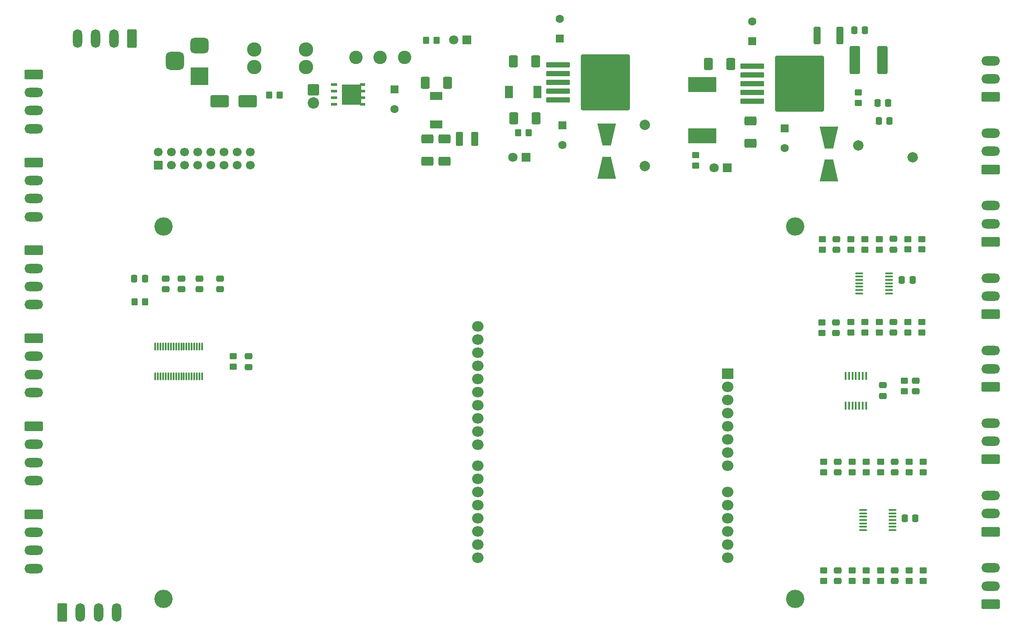
<source format=gbr>
%TF.GenerationSoftware,KiCad,Pcbnew,9.0.6-9.0.6~ubuntu24.04.1*%
%TF.CreationDate,2025-12-03T13:46:22+01:00*%
%TF.ProjectId,HVAC_STM32F7_PCB,48564143-5f53-4544-9d33-3246375f5043,rev?*%
%TF.SameCoordinates,Original*%
%TF.FileFunction,Soldermask,Top*%
%TF.FilePolarity,Negative*%
%FSLAX46Y46*%
G04 Gerber Fmt 4.6, Leading zero omitted, Abs format (unit mm)*
G04 Created by KiCad (PCBNEW 9.0.6-9.0.6~ubuntu24.04.1) date 2025-12-03 13:46:22*
%MOMM*%
%LPD*%
G01*
G04 APERTURE LIST*
G04 Aperture macros list*
%AMRoundRect*
0 Rectangle with rounded corners*
0 $1 Rounding radius*
0 $2 $3 $4 $5 $6 $7 $8 $9 X,Y pos of 4 corners*
0 Add a 4 corners polygon primitive as box body*
4,1,4,$2,$3,$4,$5,$6,$7,$8,$9,$2,$3,0*
0 Add four circle primitives for the rounded corners*
1,1,$1+$1,$2,$3*
1,1,$1+$1,$4,$5*
1,1,$1+$1,$6,$7*
1,1,$1+$1,$8,$9*
0 Add four rect primitives between the rounded corners*
20,1,$1+$1,$2,$3,$4,$5,0*
20,1,$1+$1,$4,$5,$6,$7,0*
20,1,$1+$1,$6,$7,$8,$9,0*
20,1,$1+$1,$8,$9,$2,$3,0*%
%AMOutline4P*
0 Free polygon, 4 corners , with rotation*
0 The origin of the aperture is its center*
0 number of corners: always 4*
0 $1 to $8 corner X, Y*
0 $9 Rotation angle, in degrees counterclockwise*
0 create outline with 4 corners*
4,1,4,$1,$2,$3,$4,$5,$6,$7,$8,$1,$2,$9*%
G04 Aperture macros list end*
%ADD10RoundRect,0.250000X-1.550000X0.650000X-1.550000X-0.650000X1.550000X-0.650000X1.550000X0.650000X0*%
%ADD11O,3.600000X1.800000*%
%ADD12RoundRect,0.250000X0.450000X-0.350000X0.450000X0.350000X-0.450000X0.350000X-0.450000X-0.350000X0*%
%ADD13C,2.000000*%
%ADD14RoundRect,0.250000X-0.650000X-1.550000X0.650000X-1.550000X0.650000X1.550000X-0.650000X1.550000X0*%
%ADD15O,1.800000X3.600000*%
%ADD16R,1.500000X2.400000*%
%ADD17C,2.780000*%
%ADD18RoundRect,0.250000X0.350000X0.450000X-0.350000X0.450000X-0.350000X-0.450000X0.350000X-0.450000X0*%
%ADD19RoundRect,0.250000X-0.337500X-0.475000X0.337500X-0.475000X0.337500X0.475000X-0.337500X0.475000X0*%
%ADD20RoundRect,0.250000X-0.450000X0.350000X-0.450000X-0.350000X0.450000X-0.350000X0.450000X0.350000X0*%
%ADD21RoundRect,0.100000X0.637500X0.100000X-0.637500X0.100000X-0.637500X-0.100000X0.637500X-0.100000X0*%
%ADD22RoundRect,0.250000X0.475000X-0.337500X0.475000X0.337500X-0.475000X0.337500X-0.475000X-0.337500X0*%
%ADD23RoundRect,0.250000X1.550000X-0.650000X1.550000X0.650000X-1.550000X0.650000X-1.550000X-0.650000X0*%
%ADD24R,5.400000X2.900000*%
%ADD25RoundRect,0.250001X0.612499X0.899999X-0.612499X0.899999X-0.612499X-0.899999X0.612499X-0.899999X0*%
%ADD26Outline4P,-2.150000X-1.800000X2.150000X-0.800000X2.150000X0.800000X-2.150000X1.800000X270.000000*%
%ADD27Outline4P,-2.150000X-1.800000X2.150000X-0.800000X2.150000X0.800000X-2.150000X1.800000X90.000000*%
%ADD28RoundRect,0.250000X0.550000X-0.550000X0.550000X0.550000X-0.550000X0.550000X-0.550000X-0.550000X0*%
%ADD29C,1.600000*%
%ADD30RoundRect,0.250000X0.400000X1.450000X-0.400000X1.450000X-0.400000X-1.450000X0.400000X-1.450000X0*%
%ADD31R,1.700000X1.700000*%
%ADD32C,1.700000*%
%ADD33RoundRect,0.250000X-0.475000X0.337500X-0.475000X-0.337500X0.475000X-0.337500X0.475000X0.337500X0*%
%ADD34RoundRect,0.249999X-0.850001X0.850001X-0.850001X-0.850001X0.850001X-0.850001X0.850001X0.850001X0*%
%ADD35C,2.200000*%
%ADD36R,2.200000X2.000000*%
%ADD37O,2.200000X2.000000*%
%ADD38C,3.540000*%
%ADD39RoundRect,0.249999X-0.737501X-2.450001X0.737501X-2.450001X0.737501X2.450001X-0.737501X2.450001X0*%
%ADD40RoundRect,0.250000X-0.550000X0.550000X-0.550000X-0.550000X0.550000X-0.550000X0.550000X0.550000X0*%
%ADD41RoundRect,0.250000X-1.500000X-0.900000X1.500000X-0.900000X1.500000X0.900000X-1.500000X0.900000X0*%
%ADD42C,2.600000*%
%ADD43R,3.500000X3.500000*%
%ADD44RoundRect,0.750000X-1.000000X0.750000X-1.000000X-0.750000X1.000000X-0.750000X1.000000X0.750000X0*%
%ADD45RoundRect,0.875000X-0.875000X0.875000X-0.875000X-0.875000X0.875000X-0.875000X0.875000X0.875000X0*%
%ADD46R,1.800000X1.800000*%
%ADD47C,1.800000*%
%ADD48RoundRect,0.250001X-0.899999X0.612499X-0.899999X-0.612499X0.899999X-0.612499X0.899999X0.612499X0*%
%ADD49RoundRect,0.051250X-0.153750X0.733750X-0.153750X-0.733750X0.153750X-0.733750X0.153750X0.733750X0*%
%ADD50RoundRect,0.250001X-0.462499X-1.074999X0.462499X-1.074999X0.462499X1.074999X-0.462499X1.074999X0*%
%ADD51RoundRect,0.250000X0.650000X1.550000X-0.650000X1.550000X-0.650000X-1.550000X0.650000X-1.550000X0*%
%ADD52RoundRect,0.075000X-0.075000X0.662500X-0.075000X-0.662500X0.075000X-0.662500X0.075000X0.662500X0*%
%ADD53RoundRect,0.250000X-0.350000X-0.450000X0.350000X-0.450000X0.350000X0.450000X-0.350000X0.450000X0*%
%ADD54R,1.270000X0.610000*%
%ADD55R,3.810000X3.910000*%
%ADD56R,1.020000X0.610000*%
%ADD57RoundRect,0.250000X-2.050000X-0.300000X2.050000X-0.300000X2.050000X0.300000X-2.050000X0.300000X0*%
%ADD58RoundRect,0.250002X-4.449998X-5.149998X4.449998X-5.149998X4.449998X5.149998X-4.449998X5.149998X0*%
%ADD59R,2.400000X1.500000*%
%ADD60RoundRect,0.250001X-0.612499X-0.899999X0.612499X-0.899999X0.612499X0.899999X-0.612499X0.899999X0*%
G04 APERTURE END LIST*
D10*
%TO.C,J4*%
X39500000Y-62000000D03*
D11*
X39500000Y-65500000D03*
X39500000Y-69000000D03*
X39500000Y-72500000D03*
%TD*%
D12*
%TO.C,R9*%
X202800000Y-94875000D03*
X202800000Y-92875000D03*
%TD*%
D13*
%TO.C,TP1*%
X157500000Y-54750000D03*
%TD*%
D14*
%TO.C,J9*%
X45000000Y-149000000D03*
D15*
X48500000Y-149000000D03*
X52000000Y-149000000D03*
X55500000Y-149000000D03*
%TD*%
D16*
%TO.C,L2*%
X131300000Y-48400000D03*
X136800000Y-48400000D03*
%TD*%
D13*
%TO.C,TP3*%
X209250000Y-61000000D03*
%TD*%
D17*
%TO.C,F1*%
X82137500Y-40190000D03*
X82137500Y-43590000D03*
X92057500Y-40190000D03*
X92057500Y-43590000D03*
%TD*%
D18*
%TO.C,R4*%
X87000000Y-49000000D03*
X85000000Y-49000000D03*
%TD*%
D19*
%TO.C,C11*%
X58925000Y-84500000D03*
X61000000Y-84500000D03*
%TD*%
D20*
%TO.C,R7*%
X191800000Y-76875000D03*
X191800000Y-78875000D03*
%TD*%
D12*
%TO.C,R1*%
X78000000Y-101500000D03*
X78000000Y-99500000D03*
%TD*%
D21*
%TO.C,U5*%
X204662500Y-87325000D03*
X204662500Y-86675000D03*
X204662500Y-86025000D03*
X204662500Y-85375000D03*
X204662500Y-84725000D03*
X204662500Y-84075000D03*
X204662500Y-83425000D03*
X198937500Y-83425000D03*
X198937500Y-84075000D03*
X198937500Y-84725000D03*
X198937500Y-85375000D03*
X198937500Y-86025000D03*
X198937500Y-86675000D03*
X198937500Y-87325000D03*
%TD*%
D22*
%TO.C,C20*%
X194550000Y-78912500D03*
X194550000Y-76837500D03*
%TD*%
D20*
%TO.C,RG4*%
X208300000Y-92875000D03*
X208300000Y-94875000D03*
%TD*%
D23*
%TO.C,J27*%
X224300000Y-133375000D03*
D11*
X224300000Y-129875000D03*
X224300000Y-126375000D03*
%TD*%
D24*
%TO.C,L1*%
X168600000Y-46975000D03*
X168600000Y-56875000D03*
%TD*%
D20*
%TO.C,RF3*%
X200050000Y-76875000D03*
X200050000Y-78875000D03*
%TD*%
%TO.C,RG7*%
X208550000Y-119875000D03*
X208550000Y-121875000D03*
%TD*%
%TO.C,RF4*%
X211050000Y-92875000D03*
X211050000Y-94875000D03*
%TD*%
D25*
%TO.C,C4*%
X136562500Y-53450000D03*
X132237500Y-53450000D03*
%TD*%
D21*
%TO.C,U6*%
X205412500Y-133075000D03*
X205412500Y-132425000D03*
X205412500Y-131775000D03*
X205412500Y-131125000D03*
X205412500Y-130475000D03*
X205412500Y-129825000D03*
X205412500Y-129175000D03*
X199687500Y-129175000D03*
X199687500Y-129825000D03*
X199687500Y-130475000D03*
X199687500Y-131125000D03*
X199687500Y-131775000D03*
X199687500Y-132425000D03*
X199687500Y-133075000D03*
%TD*%
D19*
%TO.C,C32*%
X207175000Y-84750000D03*
X209250000Y-84750000D03*
%TD*%
D26*
%TO.C,D1*%
X150200000Y-56650000D03*
D27*
X150200000Y-63050000D03*
%TD*%
D25*
%TO.C,C1*%
X136462500Y-42450000D03*
X132137500Y-42450000D03*
%TD*%
%TO.C,C6*%
X174162500Y-43000000D03*
X169837500Y-43000000D03*
%TD*%
D28*
%TO.C,C2*%
X141100000Y-38102651D03*
D29*
X141100000Y-34302651D03*
%TD*%
D10*
%TO.C,J7*%
X39500000Y-113000000D03*
D11*
X39500000Y-116500000D03*
X39500000Y-120000000D03*
X39500000Y-123500000D03*
%TD*%
D13*
%TO.C,TP4*%
X157500000Y-62750000D03*
%TD*%
D20*
%TO.C,R13*%
X203050000Y-140875000D03*
X203050000Y-142875000D03*
%TD*%
D30*
%TO.C,F2*%
X195225000Y-37500000D03*
X190775000Y-37500000D03*
%TD*%
D10*
%TO.C,J6*%
X39500000Y-96000000D03*
D11*
X39500000Y-99500000D03*
X39500000Y-103000000D03*
X39500000Y-106500000D03*
%TD*%
D20*
%TO.C,R6*%
X191700000Y-92950000D03*
X191700000Y-94950000D03*
%TD*%
D31*
%TO.C,J18*%
X63520000Y-62540000D03*
D32*
X63520000Y-60000000D03*
X66060000Y-62540000D03*
X66060000Y-60000000D03*
X68600000Y-62540000D03*
X68600000Y-60000000D03*
X71140000Y-62540000D03*
X71140000Y-60000000D03*
X73680000Y-62540000D03*
X73680000Y-60000000D03*
X76220000Y-62540000D03*
X76220000Y-60000000D03*
X78760000Y-62540000D03*
X78760000Y-60000000D03*
X81300000Y-62540000D03*
X81300000Y-60000000D03*
%TD*%
D33*
%TO.C,C17*%
X203550000Y-105087500D03*
X203550000Y-107162500D03*
%TD*%
D34*
%TO.C,D4*%
X93500000Y-47960000D03*
D35*
X93500000Y-50500000D03*
%TD*%
D36*
%TO.C,A1*%
X173550000Y-102815000D03*
D37*
X173550000Y-105355000D03*
X173550000Y-107895000D03*
X173550000Y-110435000D03*
X173550000Y-112975000D03*
X173550000Y-115515000D03*
X173550000Y-118055000D03*
X173550000Y-120595000D03*
X173550000Y-125675000D03*
X173550000Y-128215000D03*
X173550000Y-130755000D03*
X173550000Y-133295000D03*
X173550000Y-135835000D03*
X173550000Y-138375000D03*
X125290000Y-138375000D03*
X125290000Y-135835000D03*
X125290000Y-133295000D03*
X125290000Y-130755000D03*
X125290000Y-128215000D03*
X125290000Y-125675000D03*
X125290000Y-123135000D03*
X125290000Y-120595000D03*
X125290000Y-116535000D03*
X125290000Y-113995000D03*
X125290000Y-111455000D03*
X125290000Y-108915000D03*
X125290000Y-106375000D03*
X125290000Y-103835000D03*
X125290000Y-101295000D03*
X125290000Y-98755000D03*
X125290000Y-96215000D03*
X125290000Y-93675000D03*
D38*
X186550000Y-74375000D03*
X64550000Y-74375000D03*
X186550000Y-146375000D03*
X64550000Y-146375000D03*
%TD*%
D20*
%TO.C,RG5*%
X197550000Y-140875000D03*
X197550000Y-142875000D03*
%TD*%
D18*
%TO.C,R16*%
X135100000Y-56250000D03*
X133100000Y-56250000D03*
%TD*%
D39*
%TO.C,C29*%
X198112500Y-42250000D03*
X203387500Y-42250000D03*
%TD*%
D20*
%TO.C,RF7*%
X211300000Y-119875000D03*
X211300000Y-121875000D03*
%TD*%
D22*
%TO.C,C12*%
X68000000Y-86537500D03*
X68000000Y-84462500D03*
%TD*%
D28*
%TO.C,C5*%
X178300000Y-38602651D03*
D29*
X178300000Y-34802651D03*
%TD*%
D23*
%TO.C,J24*%
X224300000Y-91375000D03*
D11*
X224300000Y-87875000D03*
X224300000Y-84375000D03*
%TD*%
D40*
%TO.C,C8*%
X184550000Y-55422349D03*
D29*
X184550000Y-59222349D03*
%TD*%
D20*
%TO.C,R8*%
X202800000Y-76875000D03*
X202800000Y-78875000D03*
%TD*%
D10*
%TO.C,J3*%
X39550000Y-45000000D03*
D11*
X39550000Y-48500000D03*
X39550000Y-52000000D03*
X39550000Y-55500000D03*
%TD*%
D19*
%TO.C,C30*%
X202462500Y-50500000D03*
X204537500Y-50500000D03*
%TD*%
D33*
%TO.C,C9*%
X75500000Y-84462500D03*
X75500000Y-86537500D03*
%TD*%
D41*
%TO.C,D3*%
X75400000Y-50190000D03*
X80800000Y-50190000D03*
%TD*%
D42*
%TO.C,SW1*%
X101700000Y-41690000D03*
X106400000Y-41690000D03*
X111100000Y-41690000D03*
%TD*%
D22*
%TO.C,C25*%
X205800000Y-142912500D03*
X205800000Y-140837500D03*
%TD*%
D43*
%TO.C,J1*%
X71507500Y-45400000D03*
D44*
X71507500Y-39400000D03*
D45*
X66807500Y-42400000D03*
%TD*%
D22*
%TO.C,C24*%
X205800000Y-121912500D03*
X205800000Y-119837500D03*
%TD*%
D40*
%TO.C,C15*%
X109200000Y-47900000D03*
D29*
X109200000Y-51700000D03*
%TD*%
D20*
%TO.C,RF2*%
X200050000Y-92875000D03*
X200050000Y-94875000D03*
%TD*%
%TO.C,R15*%
X167350000Y-60625000D03*
X167350000Y-62625000D03*
%TD*%
D46*
%TO.C,D7*%
X134600000Y-61050000D03*
D47*
X132060000Y-61050000D03*
%TD*%
D22*
%TO.C,C11X7R1*%
X71500000Y-86537500D03*
X71500000Y-84462500D03*
%TD*%
D48*
%TO.C,C27*%
X118800000Y-57437500D03*
X118800000Y-61762500D03*
%TD*%
D10*
%TO.C,J5*%
X39500000Y-79000000D03*
D11*
X39500000Y-82500000D03*
X39500000Y-86000000D03*
X39500000Y-89500000D03*
%TD*%
D19*
%TO.C,C28*%
X197962500Y-36500000D03*
X200037500Y-36500000D03*
%TD*%
D40*
%TO.C,C3*%
X141600000Y-54847349D03*
D29*
X141600000Y-58647349D03*
%TD*%
D22*
%TO.C,C13*%
X65000000Y-86537500D03*
X65000000Y-84462500D03*
%TD*%
D49*
%TO.C,U3*%
X200250000Y-103255000D03*
X199600000Y-103255000D03*
X198950000Y-103255000D03*
X198300000Y-103255000D03*
X197650000Y-103255000D03*
X197000000Y-103255000D03*
X196350000Y-103255000D03*
X196350000Y-108995000D03*
X197000000Y-108995000D03*
X197650000Y-108995000D03*
X198300000Y-108995000D03*
X198950000Y-108995000D03*
X199600000Y-108995000D03*
X200250000Y-108995000D03*
%TD*%
D20*
%TO.C,RG6*%
X197550000Y-119875000D03*
X197550000Y-121875000D03*
%TD*%
%TO.C,R12*%
X203050000Y-119875000D03*
X203050000Y-121875000D03*
%TD*%
D50*
%TO.C,FB1*%
X121712500Y-57500000D03*
X124687500Y-57500000D03*
%TD*%
D51*
%TO.C,J2*%
X58482500Y-38107500D03*
D15*
X54982500Y-38107500D03*
X51482500Y-38107500D03*
X47982500Y-38107500D03*
%TD*%
D52*
%TO.C,U7*%
X72000000Y-97637500D03*
X71500000Y-97637500D03*
X71000000Y-97637500D03*
X70500000Y-97637500D03*
X70000000Y-97637500D03*
X69500000Y-97637500D03*
X69000000Y-97637500D03*
X68500000Y-97637500D03*
X68000000Y-97637500D03*
X67500000Y-97637500D03*
X67000000Y-97637500D03*
X66500000Y-97637500D03*
X66000000Y-97637500D03*
X65500000Y-97637500D03*
X65000000Y-97637500D03*
X64500000Y-97637500D03*
X64000000Y-97637500D03*
X63500000Y-97637500D03*
X63000000Y-97637500D03*
X63000000Y-103362500D03*
X63500000Y-103362500D03*
X64000000Y-103362500D03*
X64500000Y-103362500D03*
X65000000Y-103362500D03*
X65500000Y-103362500D03*
X66000000Y-103362500D03*
X66500000Y-103362500D03*
X67000000Y-103362500D03*
X67500000Y-103362500D03*
X68000000Y-103362500D03*
X68500000Y-103362500D03*
X69000000Y-103362500D03*
X69500000Y-103362500D03*
X70000000Y-103362500D03*
X70500000Y-103362500D03*
X71000000Y-103362500D03*
X71500000Y-103362500D03*
X72000000Y-103362500D03*
%TD*%
D53*
%TO.C,R14*%
X115300000Y-38400000D03*
X117300000Y-38400000D03*
%TD*%
D20*
%TO.C,RG3*%
X197300000Y-76875000D03*
X197300000Y-78875000D03*
%TD*%
D12*
%TO.C,R3*%
X207650000Y-106237500D03*
X207650000Y-104237500D03*
%TD*%
D23*
%TO.C,J23*%
X224300000Y-77375000D03*
D11*
X224300000Y-73875000D03*
X224300000Y-70375000D03*
%TD*%
D54*
%TO.C,Q1*%
X97535000Y-50810000D03*
X97535000Y-47000000D03*
X97535000Y-48270000D03*
X97535000Y-49540000D03*
D55*
X100895000Y-48905000D03*
D56*
X103000000Y-47000000D03*
X103000000Y-48270000D03*
X103000000Y-49540000D03*
X103000000Y-50810000D03*
%TD*%
D23*
%TO.C,J26*%
X224300000Y-119375000D03*
D11*
X224300000Y-115875000D03*
X224300000Y-112375000D03*
%TD*%
D23*
%TO.C,J25*%
X224300000Y-105375000D03*
D11*
X224300000Y-101875000D03*
X224300000Y-98375000D03*
%TD*%
D20*
%TO.C,R10*%
X192050000Y-140875000D03*
X192050000Y-142875000D03*
%TD*%
D57*
%TO.C,U2*%
X178275000Y-43425000D03*
X178275000Y-45125000D03*
X178275000Y-46825000D03*
D58*
X187425000Y-46825000D03*
D57*
X178275000Y-48525000D03*
X178275000Y-50225000D03*
%TD*%
D20*
%TO.C,RF8*%
X211300000Y-140875000D03*
X211300000Y-142875000D03*
%TD*%
D48*
%TO.C,C16*%
X115500000Y-57437500D03*
X115500000Y-61762500D03*
%TD*%
D59*
%TO.C,L3*%
X117200000Y-49150000D03*
X117200000Y-54650000D03*
%TD*%
D20*
%TO.C,RF5*%
X200300000Y-140875000D03*
X200300000Y-142875000D03*
%TD*%
D23*
%TO.C,J22*%
X224300000Y-63375000D03*
D11*
X224300000Y-59875000D03*
X224300000Y-56375000D03*
%TD*%
D26*
%TO.C,D2*%
X193100000Y-57200000D03*
D27*
X193100000Y-63600000D03*
%TD*%
D10*
%TO.C,J8*%
X39500000Y-130000000D03*
D11*
X39500000Y-133500000D03*
X39500000Y-137000000D03*
X39500000Y-140500000D03*
%TD*%
D20*
%TO.C,RF6*%
X200300000Y-119875000D03*
X200300000Y-121875000D03*
%TD*%
D22*
%TO.C,C14*%
X209900000Y-106275000D03*
X209900000Y-104200000D03*
%TD*%
D20*
%TO.C,RG2*%
X197300000Y-92875000D03*
X197300000Y-94875000D03*
%TD*%
%TO.C,RG1*%
X208300000Y-76837500D03*
X208300000Y-78837500D03*
%TD*%
D23*
%TO.C,J21*%
X224300000Y-49375000D03*
D11*
X224300000Y-45875000D03*
X224300000Y-42375000D03*
%TD*%
D46*
%TO.C,D6*%
X173450000Y-63025000D03*
D47*
X170910000Y-63025000D03*
%TD*%
D19*
%TO.C,C33*%
X207712500Y-130750000D03*
X209787500Y-130750000D03*
%TD*%
D22*
%TO.C,C23*%
X194800000Y-121912500D03*
X194800000Y-119837500D03*
%TD*%
D13*
%TO.C,TP2*%
X198750000Y-58750000D03*
%TD*%
D22*
%TO.C,C21*%
X205550000Y-94912500D03*
X205550000Y-92837500D03*
%TD*%
D12*
%TO.C,R17*%
X198750000Y-50500000D03*
X198750000Y-48500000D03*
%TD*%
D20*
%TO.C,R11*%
X192050000Y-119875000D03*
X192050000Y-121875000D03*
%TD*%
D57*
%TO.C,U1*%
X140775000Y-43125000D03*
X140775000Y-44825000D03*
X140775000Y-46525000D03*
D58*
X149925000Y-46525000D03*
D57*
X140775000Y-48225000D03*
X140775000Y-49925000D03*
%TD*%
D22*
%TO.C,C18*%
X205550000Y-78875000D03*
X205550000Y-76800000D03*
%TD*%
%TO.C,C10*%
X81000000Y-101537500D03*
X81000000Y-99462500D03*
%TD*%
D20*
%TO.C,RG8*%
X208550000Y-140875000D03*
X208550000Y-142875000D03*
%TD*%
D23*
%TO.C,J28*%
X224300000Y-147375000D03*
D11*
X224300000Y-143875000D03*
X224300000Y-140375000D03*
%TD*%
D60*
%TO.C,C26*%
X115137500Y-46600000D03*
X119462500Y-46600000D03*
%TD*%
D48*
%TO.C,C7*%
X177950000Y-53962500D03*
X177950000Y-58287500D03*
%TD*%
D22*
%TO.C,C19*%
X194450000Y-94987500D03*
X194450000Y-92912500D03*
%TD*%
D20*
%TO.C,RF1*%
X211050000Y-76837500D03*
X211050000Y-78837500D03*
%TD*%
D53*
%TO.C,R2*%
X58982500Y-89005000D03*
X60982500Y-89005000D03*
%TD*%
D19*
%TO.C,C31*%
X202712500Y-54000000D03*
X204787500Y-54000000D03*
%TD*%
D46*
%TO.C,D5*%
X123200000Y-38300000D03*
D47*
X120660000Y-38300000D03*
%TD*%
D22*
%TO.C,C22*%
X194800000Y-142912500D03*
X194800000Y-140837500D03*
%TD*%
M02*

</source>
